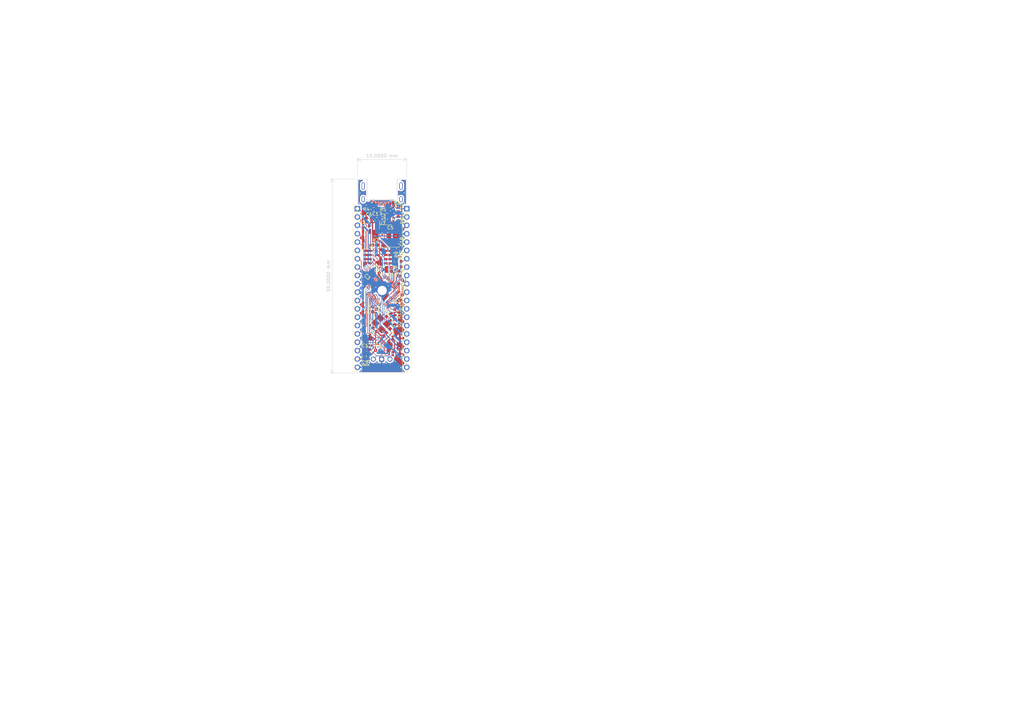
<source format=kicad_pcb>
(kicad_pcb (version 20221018) (generator pcbnew)
  (layers (0 "F.Cu" signal) (31 "B.Cu" signal) (34 "B.Paste" user) (35 "F.Paste" user) (36 "B.SilkS" user "B.Silkscreen") (37 "F.SilkS" user "F.Silkscreen") (38 "B.Mask" user) (39 "F.Mask" user) (44 "Edge.Cuts" user))
  (net 0 "")
  (net 1 "/QSPI_SS")
  (net 2 "/QSPI_SD1")
  (net 3 "/QSPI_SD2")
  (net 4 "GND")
  (net 5 "/QSPI_SD0")
  (net 6 "/QSPI_SCLK")
  (net 7 "/QSPI_SD3")
  (net 8 "+3V3")
  (net 9 "VBUS")
  (net 10 "/BOOTSEL")
  (net 11 "/RUN")
  (net 12 "+5V")
  (net 13 "/GPIO0")
  (net 14 "/GPIO1")
  (net 15 "/GPIO2")
  (net 16 "/GPIO3")
  (net 17 "/GPIO4")
  (net 18 "/GPIO5")
  (net 19 "/GPIO6")
  (net 20 "/GPIO7")
  (net 21 "/GPIO8")
  (net 22 "/GPIO9")
  (net 23 "/GPIO10")
  (net 24 "/GPIO11")
  (net 25 "/GPIO12")
  (net 26 "/GPIO13")
  (net 27 "/GPIO14")
  (net 28 "/GPIO15")
  (net 29 "/XIN")
  (net 30 "/XOUT")
  (net 31 "+1V1")
  (net 32 "/SWCLK")
  (net 33 "/SWDIO")
  (net 34 "/GPIO16")
  (net 35 "/GPIO17")
  (net 36 "/GPIO18")
  (net 37 "/GPIO19")
  (net 38 "/GPIO20")
  (net 39 "/GPIO21")
  (net 40 "/GPIO22")
  (net 41 "/GPIO23")
  (net 42 "/GPIO24")
  (net 43 "/GPIO25")
  (net 44 "/GPIO26_ADC0")
  (net 45 "/GPIO27_ADC1")
  (net 46 "/GPIO28_ADC2")
  (net 47 "/GPIO29_ADC3")
  (net 48 "/LED")
  (net 49 "/USB_D-")
  (net 50 "/USB_D+")
  (net 51 "/ADC_VREF")
  (net 52 "Net-(J1-CC2_B5)")
  (net 54 "Net-(J1-CC1_A5)")
  (net 56 "Net-(U4-ADC_AVDD)")
  (net 57 "Net-(U4-USB_DM)")
  (net 58 "Net-(U4-USB_DP)")
  (net 59 "Net-(C2-Pad1)")
  (net 60 "Net-(D1-A)")
  (footprint "Capacitor_SMD:C_0603_1608Metric" (layer "F.Cu") (at 105.89 62.455 90)
    (fp_text reference "C17")
    (fp_text value "100n" hide)
  )
  (footprint "Capacitor_SMD:C_0603_1608Metric" (layer "F.Cu") (at 112.685 71.02 180)
    (fp_text reference "C18")
    (fp_text value "100n" hide)
  )
  (footprint "Capacitor_SMD:C_0603_1608Metric" (layer "F.Cu") (at 110 63.38 180)
    (fp_text reference "C5")
    (fp_text value "10u" hide)
  )
  (footprint "Capacitor_SMD:C_0603_1608Metric" (layer "F.Cu") (at 105.7 90.395 -90)
    (fp_text reference "C7")
    (fp_text value "100n" hide)
  )
  (footprint "Connector_PinHeader_2.54mm:PinHeader_1x20_P2.54mm_Vertical" (layer "F.Cu") (at 115 59)
    (fp_text reference "J2" hide)
    (fp_text value "Conn_01x20_Pin" hide)
  )
  (footprint "Resistor_SMD:R_0603_1608Metric" (layer "F.Cu") (at 103.278 103.9006 -90)
    (fp_text reference "R8")
    (fp_text value "1R" hide)
  )
  (footprint "Resistor_SMD:R_0603_1608Metric" (layer "F.Cu") (at 113.325 75.85 -90)
    (fp_text reference "R10")
    (fp_text value "27" hide)
  )
  (footprint "Capacitor_SMD:C_0603_1608Metric" (layer "F.Cu") (at 113.078008 84.748008 -45)
    (fp_text reference "C16")
    (fp_text value "100n" hide)
  )
  (footprint "Resistor_SMD:R_0603_1608Metric" (layer "F.Cu") (at 109.466637 92.426637 -45)
    (fp_text reference "R3")
    (fp_text value "1k")
  )
  (footprint "rp2040-dev-board:SKRPABE010" (layer "F.Cu") (at 111.81 100.78 -90)
    (fp_text reference "RUN")
    (fp_text value "SW_Push")
  )
  (footprint "rp2040-dev-board:SWD_PIN" (layer "F.Cu") (at 107.36 104.77 90)
    (fp_text reference "CH1" hide)
    (fp_text value "SWD")
  )
  (footprint "rp2040-dev-board:USB-C-12-Pin-MidMount-ali-v2" (layer "F.Cu") (at 107.5 57.2425 180)
    (fp_text reference "J1" hide)
    (fp_text value "217179-0001" hide)
  )
  (footprint "Resistor_SMD:R_0603_1608Metric" (layer "F.Cu") (at 111.85 75.15 -90)
    (fp_text reference "R9")
    (fp_text value "27" hide)
  )
  (footprint "Capacitor_SMD:C_0603_1608Metric" (layer "F.Cu") (at 112.575 78.7 90)
    (fp_text reference "C9")
    (fp_text value "1u" hide)
  )
  (footprint "Resistor_SMD:R_0603_1608Metric" (layer "F.Cu") (at 104.9176 59.2138 180)
    (fp_text reference "R4")
    (fp_text value "5.1k" hide)
  )
  (footprint "Capacitor_SMD:C_0603_1608Metric" (layer "F.Cu") (at 104.68 89.61 -90)
    (fp_text reference "C14")
    (fp_text value "100n" hide)
  )
  (footprint "Resistor_SMD:R_0603_1608Metric" (layer "F.Cu") (at 105.54 70.06)
    (fp_text reference "R2")
    (fp_text value "1k" hide)
  )
  (footprint "rp2040-dev-board:Regulator-AMS1117-SOT-223" (layer "F.Cu") (at 108.61 67.32 180)
    (fp_text reference "U3")
    (fp_text value "AMS1117-3.3" hide)
  )
  (footprint "Resistor_SMD:R_0603_1608Metric" (layer "F.Cu") (at 102.1604 103.9006 90)
    (fp_text reference "R7")
    (fp_text value "200" hide)
  )
  (footprint "LED_SMD:LED_0603_1608Metric" (layer "F.Cu") (at 112.42 59.15 -90)
    (fp_text reference "D1")
    (fp_text value "RED" hide)
  )
  (footprint "Capacitor_SMD:C_0603_1608Metric" (layer "F.Cu") (at 102.191992 80.411992 135)
    (fp_text reference "C3")
    (fp_text value "10u" hide)
  )
  (footprint "Resistor_SMD:R_0603_1608Metric" (layer "F.Cu") (at 110.0606 59.163)
    (fp_text reference "R5")
    (fp_text value "5.1k" hide)
  )
  (footprint "Resistor_SMD:R_0603_1608Metric" (layer "F.Cu") (at 112.42 62.2488 -90)
    (fp_text reference "R6")
    (fp_text value "5.1k" hide)
  )
  (footprint "Capacitor_SMD:C_0603_1608Metric" (layer "F.Cu") (at 102.795 101.8564 180)
    (fp_text reference "C12")
    (fp_text value "1u" hide)
  )
  (footprint "Capacitor_SMD:C_0603_1608Metric" (layer "F.Cu") (at 109.335261 96.135262 -135)
    (fp_text reference "C2")
    (fp_text value "27p" hide)
  )
  (footprint "rp2040-dev-board:SKRPABE010" (layer "F.Cu") (at 102.735 68.255 90)
    (fp_text reference "BOOT")
    (fp_text value "SW_Push")
  )
  (footprint "Resistor_SMD:R_0603_1608Metric" (layer "F.Cu") (at 111.36 90.525 -90)
    (fp_text reference "R11")
    (fp_text value "10k" hide)
  )
  (footprint "rp2040-dev-board:RP2040_hand" (layer "F.Cu") (at 107.52807 83.88934 -45)
    (fp_text reference "U4" hide)
    (fp_text value "RP2040" hide)
  )
  (footprint "Capacitor_SMD:C_0603_1608Metric" (layer "F.Cu") (at 111.4 88.31)
    (fp_text reference "C15")
    (fp_text value "100n" hide)
  )
  (footprint "Connector_PinHeader_2.54mm:PinHeader_1x20_P2.54mm_Vertical" (layer "F.Cu") (at 100 59)
    (fp_text reference "J8" hide)
    (fp_text value "Conn_01x20_Pin" hide)
  )
  (footprint "Capacitor_SMD:C_0603_1608Metric" (layer "F.Cu") (at 106.3 102.05)
    (fp_text reference "C4")
    (fp_text value "100n" hide)
  )
  (footprint "Capacitor_SMD:C_0603_1608Metric" (layer "F.Cu") (at 105.312106 95.811972 -45)
    (fp_text reference "C1")
    (fp_text value "27p" hide)
  )
  (footprint "Capacitor_SMD:C_0603_1608Metric" (layer "F.Cu") (at 109.65 78.05 180)
    (fp_text reference "C13")
    (fp_text value "100n" hide)
  )
  (footprint "rp2040-dev-board:W25Q16-128JV-SOIC" (layer "F.Cu") (at 106.2 73.726118)
    (fp_text reference "U1")
    (fp_text value "W25Q32JVS" hide)
  )
  (footprint "Capacitor_SMD:C_0603_1608Metric" (layer "F.Cu") (at 113.088008 81.301992 45)
    (fp_text reference "C10")
    (fp_text value "1u" hide)
  )
  (footprint "Capacitor_SMD:C_0603_1608Metric" (layer "F.Cu") (at 107.22 78.06 45)
    (fp_text reference "C11")
    (fp_text value "100n" hide)
  )
  (footprint "rp2040-dev-board:Crystal_SMD_3225-4Pin_3.2x2.5mm_HandSoldering" (layer "F.Cu") (at 107.18 93.98 -45)
    (fp_text reference "Y1")
    (fp_text value "12M")
  )
  (footprint "Capacitor_SMD:C_0603_1608Metric" (layer "F.Cu") (at 103.485 61.87 180)
    (fp_text reference "C6")
    (fp_text value "10u" hide)
  )
  (footprint "Package_TO_SOT_SMD:SOT-23" (layer "F.Cu") (at 109.9976 61.27 90)
    (fp_text reference "U2")
    (fp_text value "CH213K" hide)
  )
  (footprint "Resistor_SMD:R_0603_1608Metric" (layer "F.Cu") (at 103.485 62.97)
    (fp_text reference "R1")
    (fp_text value "5.1k" hide)
  )
  (footprint "Capacitor_SMD:C_0603_1608Metric" (layer "F.Cu") (at 109.65 76.93 180)
    (fp_text reference "C8")
    (fp_text value "100n" hide)
  )
  (footprint "LED_SMD:LED_0603_1608Metric" (layer "F.Cu") (at 111.36 93.49 90)
    (fp_text reference "D2")
    (fp_text value "BLUE" hide)
  )
  (gr_line (start 112.1 50) (end 112.1 56.3) (stroke (width 0.1)) (layer "Edge.Cuts"))
  (gr_line (start 111.3 56.3) (end 103.7 56.3) (stroke (width 0.1)) (layer "Edge.Cuts"))
  (gr_line (start 112.1 50) (end 112.1 56.3) (stroke (width 0.1)) (layer "Edge.Cuts"))
  (gr_line (start 115 50) (end 112.1 50) (stroke (width 0.1)) (layer "Edge.Cuts"))
  (gr_line (start 102.9 56.3) (end 102.9 50) (stroke (width 0.1)) (layer "Edge.Cuts"))
  (gr_arc (start 103.7 56.3) (mid 103.3 56.7) (end 102.9 56.3) (stroke (width 0.1)) (layer "Edge.Cuts"))
  (gr_line (start 100 50) (end 100 109) (stroke (width 0.1)) (layer "Edge.Cuts"))
  (gr_arc (start 103.7 56.3) (mid 103.3 56.7) (end 102.9 56.3) (stroke (width 0.1)) (layer "Edge.Cuts"))
  (gr_line (start 115 109) (end 115 50) (stroke (width 0.1)) (layer "Edge.Cuts"))
  (gr_line (start 102.9 50) (end 100 50) (stroke (width 0.1)) (layer "Edge.Cuts"))
  (gr_arc (start 112.1 56.3) (mid 111.7 56.7) (end 111.3 56.3) (stroke (width 0.1)) (layer "Edge.Cuts"))
  (gr_arc (start 112.1 56.3) (mid 111.7 56.7) (end 111.3 56.3) (stroke (width 0.1)) (layer "Edge.Cuts"))
  (gr_line (start 102.9 56.3) (end 102.9 50) (stroke (width 0.1)) (layer "Edge.Cuts"))
  (gr_line (start 100 109) (end 115 109) (stroke (width 0.1)) (layer "Edge.Cuts"))
  (gr_line (start 111.3 56.3) (end 103.7 56.3) (stroke (width 0.1)) (layer "Edge.Cuts"))
  (dimension (type aligned) (layer "Edge.Cuts") (pts (xy 115 50) (xy 100 50)) (height 5.93) (gr_text "15.0000 mm" (at 107.5 42.92) (layer "Edge.Cuts") (effects (font (size 1 1) (thickness 0.15)))) (format (prefix "") (suffix "") (units 3) (units_format 1) (precision 4)) (style (thickness 0.1) (arrow_length 1.27) (text_position_mode 0) (extension_height 0.58642) (extension_offset 0.5) keep_text_aligned))
  (dimension (type aligned) (layer "Edge.Cuts") (pts (xy 100 109) (xy 100 50)) (height -7.63) (gr_text "59.0000 mm" (at 91.22 79.5 90) (layer "Edge.Cuts") (effects (font (size 1 1) (thickness 0.15)))) (format (prefix "") (suffix "") (units 3) (units_format 1) (precision 4)) (style (thickness 0.1) (arrow_length 1.27) (text_position_mode 0) (extension_height 0.58642) (extension_offset 0.5) keep_text_aligned))
  (segment (start 108.06 73.721118) (end 106.16 71.821118) (width 0.15) (layer "F.Cu") (net 1))
  (segment (start 106.16 71.821118) (end 103.1 71.821118) (width 0.15) (layer "F.Cu") (net 1))
  (segment (start 104.483882 71.821118) (end 103.1 71.821118) (width 0.15) (layer "F.Cu") (net 1))
  (segment (start 102.66 71.381118) (end 103.1 71.821118) (width 0.15) (layer "F.Cu") (net 1))
  (segment (start 106.245 70.06) (end 104.483882 71.821118) (width 0.15) (layer "F.Cu") (net 1))
  (segment (start 102.66 62.97) (end 102.66 71.381118) (width 0.15) (layer "F.Cu") (net 1))
  (via (at 108.305887 79.434567) (size 0.5) (drill 0.3) (layers "F.Cu" "B.Cu") (net 1))
  (via (at 108.06 73.721118) (size 0.5) (drill 0.3) (layers "F.Cu" "B.Cu") (net 1))
  (segment (start 108.305887 79.434567) (end 108.305887 73.967005) (width 0.15) (layer "B.Cu") (net 1))
  (segment (start 108.305887 73.967005) (end 108.06 73.721118) (width 0.15) (layer "B.Cu") (net 1))
  (segment (start 105.935 74.185) (end 104.841118 73.091118) (width 0.15) (layer "F.Cu") (net 2))
  (segment (start 104.841118 73.091118) (end 103.1 73.091118) (width 0.15) (layer "F.Cu") (net 2))
  (segment (start 107.95 80.35) (end 108.310433 79.989567) (width 0.15) (layer "F.Cu") (net 2))
  (via (at 107.95 80.35) (size 0.5) (drill 0.3) (layers "F.Cu" "B.Cu") (net 2))
  (via (at 105.935 74.185) (size 0.5) (drill 0.3) (layers "F.Cu" "B.Cu") (net 2))
  (segment (start 106.525 79.195) (end 107.68 80.35) (width 0.15) (layer "B.Cu") (net 2))
  (segment (start 106.195 74.445) (end 106.195 78.869889) (width 0.15) (layer "B.Cu") (net 2))
  (segment (start 105.935 74.185) (end 106.195 74.445) (width 0.15) (layer "B.Cu") (net 2))
  (segment (start 106.195 78.869889) (end 106.520111 79.195) (width 0.15) (layer "B.Cu") (net 2))
  (segment (start 106.520111 79.195) (end 106.525 79.195) (width 0.15) (layer "B.Cu") (net 2))
  (segment (start 107.68 80.35) (end 107.95 80.35) (width 0.15) (layer "B.Cu") (net 2))
  (segment (start 103.664486 74.361118) (end 103.1 74.361118) (width 0.15) (layer "F.Cu") (net 3))
  (segment (start 107.75 79.26) (end 107.75 78.446632) (width 0.15) (layer "F.Cu") (net 3))
  (segment (start 107.75 78.446632) (end 103.664486 74.361118) (width 0.15) (layer "F.Cu") (net 3))
  (via (at 108.87 80) (size 0.5) (drill 0.3) (layers "F.Cu" "B.Cu") (net 3))
  (via (at 107.75 79.26) (size 0.5) (drill 0.3) (layers "F.Cu" "B.Cu") (net 3))
  (segment (start 108.075998 79.989567) (end 107.750887 79.664456) (width 0.15) (layer "B.Cu") (net 3))
  (segment (start 108.880433 79.989567) (end 108.075998 79.989567) (width 0.15) (layer "B.Cu") (net 3))
  (segment (start 107.750887 79.664456) (end 107.750887 79.260887) (width 0.15) (layer "B.Cu") (net 3))
  (segment (start 107.750887 79.260887) (end 107.75 79.26) (width 0.15) (layer "B.Cu") (net 3))
  (segment (start 108.39 97.08) (end 108.390523 97.08) (width 0.3) (layer "F.Cu") (net 4))
  (segment (start 108.429045 99.8) (end 108.88 99.8) (width 0.3) (layer "F.Cu") (net 4))
  (segment (start 107.54 97.95) (end 107.54 97.930523) (width 0.3) (layer "F.Cu") (net 4))
  (segment (start 110.15 91.372352) (end 110.992352 90.53) (width 0.3) (layer "F.Cu") (net 4))
  (segment (start 103.655188 86.348008) (end 103.90751 86.095686) (width 0.2) (layer "F.Cu") (net 4))
  (segment (start 111.84 90.53) (end 112.74 89.63) (width 0.3) (layer "F.Cu") (net 4))
  (segment (start 102.02 101.8564) (end 102.0236 101.8564) (width 0.2) (layer "F.Cu") (net 4))
  (segment (start 108.336992 77.511992) (end 108.875 78.05) (width 0.3) (layer "F.Cu") (net 4))
  (segment (start 106.709208 96.35998) (end 107.374454 95.694734) (width 0.3) (layer "F.Cu") (net 4))
  (segment (start 110.15 91.83) (end 109.3 92.68) (width 0.15) (layer "F.Cu") (net 4))
  (segment (start 107.450134 97.95) (end 105.860114 96.35998) (width 0.3) (layer "F.Cu") (net 4))
  (segment (start 107.54 97.930523) (end 108.39 97.080523) (width 0.3) (layer "F.Cu") (net 4))
  (segment (start 107.54 97.95) (end 107.450134 97.95) (width 0.3) (layer "F.Cu") (net 4))
  (segment (start 107.798717 95.694734) (end 108.787253 96.68327) (width 0.3) (layer "F.Cu") (net 4))
  (segment (start 103.25 98.01) (end 103.655188 97.604812) (width 0.2) (layer "F.Cu") (net 4))
  (segment (start 109.16 92.68) (end 107.40028 92.68) (width 0.15) (layer "F.Cu") (net 4))
  (segment (start 110.992352 90.53) (end 111.84 90.53) (width 0.3) (layer "F.Cu") (net 4))
  (segment (start 108.875 76.973984) (end 108.336992 77.511992) (width 0.3) (layer "F.Cu") (net 4))
  (segment (start 104.83 100.35) (end 104.74 100.44) (width 0.15) (layer "F.Cu") (net 4))
  (segment (start 108.390523 97.08) (end 108.787253 96.68327) (width 0.3) (layer "F.Cu") (net 4))
  (segment (start 105.860114 96.35998) (end 106.00998 96.35998) (width 0.3) (layer "F.Cu") (net 4))
  (segment (start 107.09 102.05) (end 106.895 101.855) (width 0.15) (layer "F.Cu") (net 4))
  (segment (start 113.845 85.077032) (end 113.845 82.615) (width 0.2) (layer "F.Cu") (net 4))
  (segment (start 110.15 91.46) (end 110.15 91.83) (width 0.15) (layer "F.Cu") (net 4))
  (segment (start 102.0236 101.8564) (end 103.09 100.79) (width 0.2) (layer "F.Cu") (net 4))
  (segment (start 113.636016 80.753984) (end 114.55 81.667968) (width 0.3) (layer "F.Cu") (net 4))
  (segment (start 106.895 101.855) (end 106.895 100.625) (width 0.15) (layer "F.Cu") (net 4))
  (segment (start 106.895 100.625) (end 106.62 100.35) (width 0.15) (layer "F.Cu") (net 4))
  (segment (start 105.10528 90.385) (end 105.75 91.02972) (width 0.3) (layer "F.Cu") (net 4))
  (segment (start 105.92028 91.2) (end 106.985546 92.265266) (width 0.3) (layer "F.Cu") (net 4))
  (segment (start 112.175 88.31) (end 112.175 86.747032) (width 0.3) (layer "F.Cu") (net 4))
  (segment (start 106.05 96.4) (end 106.09002 96.35998) (width 0.3) (layer "F.Cu") (net 4))
  (segment (start 106.09002 96.35998) (end 106.709208 96.35998) (width 0.3) (layer "F.Cu") (net 4))
  (segment (start 101.81 64.28) (end 101.81 65.14) (width 0.15) (layer "F.Cu") (net 4))
  (segment (start 107.768008 77.511992) (end 108.336992 77.511992) (width 0.3) (layer "F.Cu") (net 4))
  (segment (start 113.626016 85.296016) (end 113.845 85.077032) (width 0.2) (layer "F.Cu") (net 4))
  (segment (start 107.374454 95.694734) (end 107.798717 95.694734) (width 0.3) (layer "F.Cu") (net 4))
  (segment (start 110.15 91.46) (end 110.15 91.372352) (width 0.3) (layer "F.Cu") (net 4))
  (segment (start 109.18 92.7) (end 109.16 92.68) (width 0.15) (layer "F.Cu") (net 4))
  (segment (start 107.40028 92.68) (end 106.985546 92.265266) (width 0.15) (layer "F.Cu") (net 4))
  (segment (start 114.55 81.667968) (end 114.55 81.86) (width 0.3) (layer "F.Cu") (net 4))
  (segment (start 112.175 86.747032) (end 113.626016 85.296016) (width 0.3) (layer "F.Cu") (net 4))
  (segment (start 107.54 98.910955) (end 108.429045 99.8) (width 0.3) (layer "F.Cu") (net 4))
  (segment (start 108.875 76.93) (end 108.875 76.973984) (width 0.3) (layer "F.Cu") (net 4))
  (segment (start 109.3 92.68) (end 109.2 92.68) (width 0.15) (layer "F.Cu") (net 4))
  (segment (start 108.875 76.93) (end 108.875 78.05) (width 0.3) (layer "F.Cu") (net 4))
  (segment (start 108.39 97.080523) (end 108.39 97.08) (width 0.3) (layer "F.Cu") (net 4))
  (segment (start 104.74 100.44) (end 104.39 100.79) (width 0.2) (layer "F.Cu") (net 4))
  (segment (start 103.655188 97.604812) (end 103.655188 86.348008) (width 0.2) (layer "F.Cu") (net 4))
  (segment (start 101.81 65.14) (end 101.535 65.415) (width 0.15) (layer "F.Cu") (net 4))
  (segment (start 106.62 100.35) (end 104.83 100.35) (width 0.15) (layer "F.Cu") (net 4))
  (segment (start 113.845 82.615) (end 114.6 81.86) (width 0.2) (layer "F.Cu") (net 4))
  (segment (start 105.75 91.2) (end 105.92028 91.2) (width 0.3) (layer "F.Cu") (net 4))
  (segment (start 104.39 100.79) (end 103.09 100.79) (width 0.2) (layer "F.Cu") (net 4))
  (segment (start 107.54 97.95) (end 107.54 98.910955) (width 0.3) (layer "F.Cu") (net 4))
  (segment (start 109.2 92.68) (end 109.18 92.7) (width 0.15) (layer "F.Cu") (net 4))
  (segment (start 106.00998 96.35998) (end 106.05 96.4) (width 0.3) (layer "F.Cu") (net 4))
  (segment (start 104.68 90.385) (end 105.10528 90.385) (width 0.3) (layer "F.Cu") (net 4))
  (segment (start 105.75 91.02972) (end 105.75 91.2) (width 0.3) (layer "F.Cu") (net 4))
  (via (at 101.73 92.25) (size 0.5) (drill 0.3) (layers "F.Cu" "B.Cu") (net 4))
  (via (at 108.39 97.08) (size 0.5) (drill 0.3) (layers "F.Cu" "B.Cu") (net 4))
  (via (at 107.53 86.89) (size 0.5) (drill 0.3) (layers "F.Cu" "B.Cu") (net 4))
  (via (at 101.76 86.86) (size 0.5) (drill 0.3) (layers "F.Cu" "B.Cu") (net 4))
  (via (at 111.34 77.25) (size 0.5) (drill 0.3) (layers "F.Cu" "B.Cu") (net 4))
  (via (at 105.68 72.65) (size 0.5) (drill 0.3) (layers "F.Cu" "B.Cu") (net 4))
  (via (at 109.25 66.24) (size 0.5) (drill 0.3) (layers "F.Cu" "B.Cu") (net 4))
  (via (at 113.5 60.29) (size 0.5) (drill 0.3) (layers "F.Cu" "B.Cu") (net 4))
  (via (at 103.92 63.95) (size 0.5) (drill 0.3) (layers "F.Cu" "B.Cu") (net 4))
  (via (at 111.28 94.65) (size 0.5) (drill 0.3) (layers "F.Cu" "B.Cu") (net 4))
  (via (at 104.1048 59.2138) (size 0.5) (drill 0.3) (layers "F.Cu" "B.Cu") (net 4))
  (via (at 114.32 57.28) (size 0.5) (drill 0.3) (layers "F.Cu" "B.Cu") (net 4))
  (via (at 107.6 77.54) (size 0.5) (drill 0.3) (layers "F.Cu" "B.Cu") (net 4))
  (via (at 111.98 103.16) (size 0.5) (drill 0.3) (layers "F.Cu" "B.Cu") (net 4))
  (via (at 101.82 61.8) (size 0.5) (drill 0.3) (layers "F.Cu" "B.Cu") (net 4))
  (via (at 101.59 99.56) (size 0.5) (drill 0.3) (layers "F.Cu" "B.Cu") (net 4))
  (via (at 107.66 96.23) (size 0.5) (drill 0.3) (layers "F.Cu" "B.Cu") (net 4))
  (via (at 106.05 96.4) (size 0.5) (drill 0.3) (layers "F.Cu" "B.Cu") (net 4))
  (via (at 110.68 101.59) (size 0.5) (drill 0.3) (layers "F.Cu" "B.Cu") (net 4))
  (via (at 101.76 94.55) (size 0.5) (drill 0.3) (layers "F.Cu" "B.Cu") (net 4))
  (via (at 101.66 79.87) (size 0.5) (drill 0.3) (layers "F.Cu" "B.Cu") (net 4))
  (via (at 110.74 56.56) (size 0.5) (drill 0.3) (layers "F.Cu" "B.Cu") (net 4))
  (via (at 101.74 89.42) (size 0.5) (drill 0.3) (layers "F.Cu" "B.Cu") (net 4))
  (via (at 109.41 102.93) (size 0.5) (drill 0.3) (layers "F.Cu" "B.Cu") (net 4))
  (via (at 104.75 98.61) (size 0.5) (drill 0.3) (layers "F.Cu" "B.Cu") (net 4))
  (via (at 111.06 97.31) (size 0.5) (drill 0.3) (layers "F.Cu" "B.Cu") (net 4))
  (via (at 105.88 61.675) (size 0.5) (drill 0.3) (layers "F.Cu" "B.Cu") (net 4))
  (via (at 112.71 101.29) (size 0.5) (drill 0.3) (layers "F.Cu" "B.Cu") (net 4))
  (via (at 100.68 57.3) (size 0.5) (drill 0.3) (layers "F.Cu" "B.Cu") (net 4))
  (via (at 101.82 97.07) (size 0.5) (drill 0.3) (layers "F.Cu" "B.Cu") (net 4))
  (via (at 108.78 105.99) (size 0.5) (drill 0.3) (layers "F.Cu" "B.Cu") (net 4))
  (via (at 109.43 82.48) (size 0.5) (drill 0.3) (layers "F.Cu" "B.Cu") (net 4))
  (via (at 109.18 92.7) (size 0.5) (drill 0.3) (layers "F.Cu" "B.Cu") (net 4))
  (via (at 107.54 97.95) (size 0.5) (drill 0.3) (layers "F.Cu" "B.Cu") (net 4))
  (via (at 112.74 89.63) (size 0.5) (drill 0.3) (layers "F.Cu" "B.Cu") (net 4))
  (via (at 103.09 100.79) (size 0.5) (drill 0.3) (layers "F.Cu" "B.Cu") (net 4))
  (via (at 110.2 83.52) (size 0.5) (drill 0.3) (layers "F.Cu" "B.Cu") (net 4))
  (via (at 103.68 105.91) (size 0.5) (drill 0.3) (layers "F.Cu" "B.Cu") (net 4))
  (via (at 104.74 100.44) (size 0.5) (drill 0.3) (layers "F.Cu" "B.Cu") (net 4))
  (via (at 104.07 84.28) (size 0.5) (drill 0.3) (layers "F.Cu" "B.Cu") (net 4))
  (via (at 107.38 75.06) (size 0.5) (drill 0.3) (layers "F.Cu" "B.Cu") (net 4))
  (via (at 112.36 77.64) (size 0.5) (drill 0.3) (layers "F.Cu" "B.Cu") (net 4))
  (via (at 112.17 88.31) (size 0.5) (drill 0.3) (layers "F.Cu" "B.Cu") (net 4))
  (via (at 107.52 62.29) (size 0.5) (drill 0.3) (layers "F.Cu" "B.Cu") (net 4))
  (via (at 103.1 75.631118) (size 0.5) (drill 0.3) (layers "F.Cu" "B.Cu") (net 4))
  (via (at 107.51 58.81) (size 0.5) (drill 0.3) (layers "F.Cu" "B.Cu") (net 4))
  (via (at 107.09 102.05) (size 0.5) (drill 0.3) (layers "F.Cu" "B.Cu") (net 4))
  (via (at 114.21 54.21) (size 0.5) (drill 0.3) (layers "F.Cu" "B.Cu") (net 4))
  (via (at 109.93 98.59) (size 0.5) (drill 0.3) (layers "F.Cu" "B.Cu") (net 4))
  (via (at 111.13 60.38) (size 0.5) (drill 0.3) (layers "F.Cu" "B.Cu") (net 4))
  (via (at 101.79 106.1) (size 0.5) (drill 0.3) (layers "F.Cu" "B.Cu") (net 4))
  (via (at 113.63 80.77) (size 0.5) (drill 0.3) (layers "F.Cu" "B.Cu") (net 4))
  (via (at 113.19 104.43) (size 0.5) (drill 0.3) (layers "F.Cu" "B.Cu") (net 4))
  (via (at 109.05 68.15) (size 0.5) (drill 0.3) (layers "F.Cu" "B.Cu") (net 4))
  (via (at 111.6 57.1) (size 0.5) (drill 0.3) (layers "F.Cu" "B.Cu") (net 4))
  (via (at 109.0476 62.2075) (size 0.5) (drill 0.3) (layers "F.Cu" "B.Cu") (net 4))
  (via (at 111.5 105.45) (size 0.5) (drill 0.3) (layers "F.Cu" "B.Cu") (net 4))
  (via (at 105.59 82.96) (size 0.5) (drill 0.3) (layers "F.Cu" "B.Cu") (net 4))
  (via (at 101.74 82.49) (size 0.5) (drill 0.3) (layers "F.Cu" "B.Cu") (net 4))
  (via (at 113.41 99.69) (size 0.5) (drill 0.3) (layers "F.Cu" "B.Cu") (net 4))
  (via (at 104.25 57.17) (size 0.5) (drill 0.3) (layers "F.Cu" "B.Cu") (net 4))
  (via (at 105.75 91.2) (size 0.5) (drill 0.3) (layers "F.Cu" "B.Cu") (net 4))
  (via (at 101.71 59) (size 0.5) (drill 0.3) (layers "F.Cu" "B.Cu") (net 4))
  (via (at 108.88 99.8) (size 0.5) (drill 0.3) (layers "F.Cu" "B.Cu") (net 4))
  (via (at 107.54 70.79) (size 0.5) (drill 0.3) (layers "F.Cu" "B.Cu") (net 4))
  (via (at 113.19 107.32) (size 0.5) (drill 0.3) (layers "F.Cu" "B.Cu") (net 4))
  (via (at 105.97 60.42) (size 0.5) (drill 0.3) (layers "F.Cu" "B.Cu") (net 4))
  (via (at 101.81 64.28) (size 0.5) (drill 0.3) (layers "F.Cu" "B.Cu") (net 4))
  (via (at 110.8104 59.163) (size 0.5) (drill 0.3) (layers "F.Cu" "B.Cu") (net 4))
  (via (at 113.2 93.88) (size 0.5) (drill 0.3) (layers "F.Cu" "B.Cu") (net 4))
  (via (at 105.88 106.02) (size 0.5) (drill 0.3) (layers "F.Cu" "B.Cu") (net 4))
  (via (at 108.99 60.43) (size 0.5) (drill 0.3) (layers "F.Cu" "B.Cu") (net 4))
  (via (at 112.42 58.3625) (size 0.5) (drill 0.3) (layers "F.Cu" "B.Cu") (net 4))
  (via (at 113.79 90.66) (size 0.5) (drill 0.3) (layers "F.Cu" "B.Cu") (net 4))
  (via (at 100.82 54.26) (size 0.5) (drill 0.3) (layers "F.Cu" "B.Cu") (net 4))
  (via (at 103.25 98.01) (size 0.5) (drill 0.3) (layers "F.Cu" "B.Cu") (net 4))
  (via (at 111.91 71.02) (size 0.5) (drill 0.3) (layers "F.Cu" "B.Cu") (net 4))
  (via (at 110.99 72.5) (size 0.5) (drill 0.3) (layers "F.Cu" "B.Cu") (net 4))
  (via (at 105.37 74.98) (size 0.5) (drill 0.3) (layers "F.Cu" "B.Cu") (net 4))
  (via (at 110.15 91.46) (size 0.5) (drill 0.3) (layers "F.Cu" "B.Cu") (net 4))
  (via (at 113.47 62.41) (size 0.5) (drill 0.3) (layers "F.Cu" "B.Cu") (net 4))
  (via (at 102.7 58) (size 0.5) (drill 0.3) (layers "F.Cu" "B.Cu") (net 4))
  (via (at 107.55 66.421) (size 0.5) (drill 0.3) (layers "F.Cu" "B.Cu") (net 4))
  (via (at 113.2 96.87) (size 0.5) (drill 0.3) (layers "F.Cu" "B.Cu") (net 4))
  (via (at 112.45 69.63) (size 0.5) (drill 0.3) (layers "F.Cu" "B.Cu") (net 4))
  (segment (start 101.74 82.49) (end 100.45 83.78) (width 0.3) (layer "B.Cu") (net 4))
  (segment (start 106.05 96.4) (end 106.05 91.5) (width 0.15) (layer "B.Cu") (net 4))
  (segment (start 101.76 86.86) (end 101.76 85.55) (width 0.3) (layer "B.Cu") (net 4))
  (segment (start 107.54 73.456229) (end 107.54 70.79) (width 0.15) (layer "B.Cu") (net 4))
  (segment (start 106.05 91.5) (end 105.75 91.2) (width 0.15) (layer "B.Cu") (net 4))
  (segment (start 100.61 84.4) (end 100.375 84.4) (width 0.15) (layer "B.Cu") (net 4))
  (segment (start 100.61 84.4) (end 100.45 84.4) (width 0.3) (layer "B.Cu") (net 4))
  (segment (start 107.38 75.06) (end 107.38 73.616229) (width 0.15) (layer "B.Cu") (net 4))
  (segment (start 100.45 83.78) (end 100.45 84.4) (width 0.3) (layer "B.Cu") (net 4))
  (segment (start 107.38 73.616229) (end 107.54 73.456229) (width 0.15) (layer "B.Cu") (net 4))
  (segment (start 101.76 85.55) (end 100.61 84.4) (width 0.3) (layer "B.Cu") (net 4))
  (segment (start 109.81 76.141118) (end 109.81 79.627511) (width 0.15) (layer "F.Cu") (net 5))
  (segment (start 109.3 75.631118) (end 109.81 76.141118) (width 0.15) (layer "F.Cu") (net 5))
  (segment (start 109.81 79.627511) (end 109.425 80.012511) (width 0.15) (layer "F.Cu") (net 5))
  (via (at 109.34 75.63) (size 0.5) (drill 0.3) (layers "F.Cu" "B.Cu") (net 5))
  (segment (start 110.104486 74.366118) (end 109.54 74.366118) (width 0.15) (layer "F.Cu") (net 6))
  (via (at 109.3 74.36) (size 0.5) (drill 0.3) (layers "F.Cu" "B.Cu") (net 6))
  (via (at 109.26 80.74) (size 0.5) (drill 0.3) (layers "F.Cu" "B.Cu") (net 6))
  (segment (start 109.425 76.499889) (end 108.785 75.859889) (width 0.15) (layer "B.Cu") (net 6))
  (segment (start 108.785 75.859889) (end 108.785 74.875) (width 0.15) (layer "B.Cu") (net 6))
  (segment (start 108.785 74.875) (end 109.3 74.36) (width 0.15) (layer "B.Cu") (net 6))
  (segment (start 109.26 80.394889) (end 109.425 80.229889) (width 0.15) (layer "B.Cu") (net 6))
  (segment (start 109.425 80.229889) (end 109.425 76.499889) (width 0.15) (layer "B.Cu") (net 6))
  (segment (start 109.26 80.74) (end 109.26 80.394889) (width 0.15) (layer "B.Cu") (net 6))
  (via (at 109.3 73.09) (size 0.5) (drill 0.3) (layers "F.Cu" "B.Cu") (net 7))
  (via (at 109.84 80.73) (size 0.5) (drill 0.3) (layers "F.Cu" "B.Cu") (net 7))
  (segment (start 109.895 75.859889) (end 109.895 73.685) (width 0.15) (layer "B.Cu") (net 7))
  (segment (start 109.875 80.695) (end 109.875 75.879889) (width 0.15) (layer "B.Cu") (net 7))
  (segment (start 109.84 80.73) (end 109.875 80.695) (width 0.15) (layer "B.Cu") (net 7))
  (segment (start 109.875 75.879889) (end 109.895 75.859889) (width 0.15) (layer "B.Cu") (net 7))
  (segment (start 109.895 73.685) (end 109.3 73.09) (width 0.15) (layer "B.Cu") (net 7))
  (segment (start 110.285786 81.980152) (end 110.16667 82.099266) (width 0.3) (layer "F.Cu") (net 8))
  (segment (start 107.033095 79.71741) (end 107.32 80.004315) (width 0.3) (layer "F.Cu") (net 8))
  (segment (start 110.002944 81.697309) (end 110.16667 81.861035) (width 0.3) (layer "F.Cu") (net 8))
  (segment (start 105.88 63.225) (end 105.88 66.74) (width 0.3) (layer "F.Cu") (net 8))
  (segment (start 104.934081 82.382111) (end 104.606627 82.382111) (width 0.3) (layer "F.Cu") (net 8))
  (segment (start 111.75 67.33) (end 111.59 67.33) (width 0.3) (layer "F.Cu") (net 8))
  (segment (start 104.55 66.59) (end 105.29 67.33) (width 0.3) (layer "F.Cu") (net 8))
  (segment (start 111.76 67.32) (end 113.46 69.02) (width 0.3) (layer "F.Cu") (net 8))
  (segment (start 107.32 80.610955) (end 108.525471 81.816426) (width 0.3) (layer "F.Cu") (net 8))
  (segment (start 106.46741 79.151725) (end 106.46741 78.81259) (width 0.3) (layer "F.Cu") (net 8))
  (segment (start 111.76 67.32) (end 111.74 67.3) (width 0.3) (layer "F.Cu") (net 8))
  (segment (start 109.437258 87.212742) (end 110.534516 88.31) (width 0.15) (layer "F.Cu") (net 8))
  (segment (start 104.55 63.21) (end 104.55 66.59) (width 0.3) (layer "F.Cu") (net 8))
  (segment (start 110.095634 81.79) (end 110.285786 81.980152) (width 0.2) (layer "F.Cu") (net 8))
  (segment (start 111.06 80.960955) (end 110.606489 81.414466) (width 0.3) (layer "F.Cu") (net 8))
  (segment (start 108.56 81.79) (end 110.095634 81.79) (width 0.2) (layer "F.Cu") (net 8))
  (segment (start 105.455156 86.2451) (end 105.336039 86.364214) (width 0.3) (layer "F.Cu") (net 8))
  (segment (start 110.285786 81.414466) (end 110.568629 81.697309) (width 0.3) (layer "F.Cu") (net 8))
  (segment (start 104.487511 82.262994) (end 104.65 82.425483) (width 0.2) (layer "F.Cu") (net 8))
  (segment (start 112.667645 81.977645) (end 112.667645 84.062355) (width 0.3) (layer "F.Cu") (net 8))
  (segment (start 107.033095 79.71741) (end 106.46741 79.151725) (width 0.3) (layer "F.Cu") (net 8))
  (segment (start 106.46741 79.151725) (end 106.46741 78.92259) (width 0.3) (layer "F.Cu") (net 8))
  (segment (start 112.667645 84.062355) (end 112.53 84.2) (width 0.3) (layer "F.Cu") (net 8))
  (segment (start 106.75 78.64) (end 106.75 79.434312) (width 0.3) (layer "F.Cu") (net 8))
  (segment (start 106.46741 78.81259) (end 106.671992 78.608008) (width 0.3) (layer "F.Cu") (net 8))
  (segment (start 113.46 69.02) (end 113.46 71.02) (width 0.3) (layer "F.Cu") (net 8))
  (segment (start 110.185786 82.080152) (end 110.185786 82.375128) (width 0.2) (layer "F.Cu") (net 8))
  (segment (start 104.487511 82.262994) (end 104.714517 82.49) (width 0.2) (layer "F.Cu") (net 8))
  (segment (start 104.65 85.04) (end 105.405156 85.795156) (width 0.2) (layer "F.Cu") (net 8))
  (segment (start 106.46741 78.92259) (end 106.75 78.64) (width 0.3) (layer "F.Cu") (net 8))
  (segment (start 112.062843 84.667157) (end 112.53 84.2) (width 0.3) (layer "F.Cu") (net 8))
  (segment (start 104.204668 81.980152) (end 103.182524 80.958008) (width 0.2) (layer "F.Cu") (net 8))
  (segment (start 111.298043 83.230639) (end 110.970587 83.230639) (width 0.3) (layer "F.Cu") (net 8))
  (segment (start 102.5656 103.7756) (end 102.1604 103.3704) (width 0.3) (layer "F.Cu") (net 8))
  (segment (start 110.991297 83.180639) (end 111.348041 83.180639) (width 0.2) (layer "F.Cu") (net 8))
  (segment (start 104.7 82.475483) (end 104.7 85.125156) (width 0.3) (layer "F.Cu") (net 8))
  (segment (start 104.26 61.87) (end 104.26 62.92) (width 0.3) (layer "F.Cu") (net 8))
  (segment (start 112.42 63.0738) (end 113.5438 63.0738) (width 0.3) (layer "F.Cu") (net 8))
  (segment (start 110.285786 81.980152) (end 110.285786 81.414466) (width 0.3) (layer "F.Cu") (net 8))
  (segment (start 107.152212 80.16398) (end 104.934081 82.382111) (width 0.3) (layer "F.Cu") (net 8))
  (segment (start 111.74 67.3) (end 111.62 67.3) (width 0.3) (layer "F.Cu") (net 8))
  (segment (start 107.033095 79.71741) (end 107.133095 79.81741) (width 0.2) (layer "F.Cu") (net 8))
  (segment (start 112.54 81.98868) (end 111.7 82.82868) (width 0.2) (layer "F.Cu") (net 8))
  (segment (start 104.487511 82.262994) (end 104.7 82.475483) (width 0.3) (layer "F.Cu") (net 8))
  (segment (start 108.525471 81.816426) (end 109.883826 81.816426) (width 0.3) (layer "F.Cu") (net 8))
  (segment (start 111.06 78.685) (end 111.06 80.960955) (width 0.3) (layer "F.Cu") (net 8))
  (segment (start 104.565 63.225) (end 104.31 62.97) (width 0.3) (layer "F.Cu") (net 8))
  (segment (start 106.703984 78.64) (end 106.671992 78.608008) (width 0.3) (layer "F.Cu") (net 8))
  (segment (start 102.1604 103.3704) (end 102.1604 103.0756) (width 0.3) (layer "F.Cu") (net 8))
  (segment (start 103.182524 80.958008) (end 102.748008 80.958008) (width 0.2) (layer "F.Cu") (net 8))
  (segment (start 110.285786 81.980152) (end 110.12206 81.816426) (width 0.3) (layer "F.Cu") (net 8))
  (segment (start 112.54 81.85) (end 112.54 81.98868) (width 0.2) (layer "F.Cu") (net 8))
  (segment (start 111.348041 83.180639) (end 111.417157 83.111523) (width 0.2) (layer "F.Cu") (net 8))
  (segment (start 110.425 78.05) (end 111.06 78.685) (width 0.3) (layer "F.Cu") (net 8))
  (segment (start 113.5438 63.0738) (end 114.55 64.08) (width 0.3) (layer "F.Cu") (net 8))
  (segment (start 114.55 64.53) (end 114.55 64.08) (width 0.3) (layer "F.Cu") (net 8))
  (segment (start 111.417157 83.111523) (end 111.298043 83.230639) (width 0.3) (layer "F.Cu") (net 8))
  (segment (start 111.982843 84.667157) (end 112.062843 84.667157) (width 0.3) (layer "F.Cu") (net 8))
  (segment (start 109.883826 81.816426) (end 110.285786 81.414466) (width 0.3) (layer "F.Cu") (net 8))
  (segment (start 103.765648 103.7756) (end 102.5656 103.7756) (width 0.3) (layer "F.Cu") (net 8))
  (segment (start 104.7 85.125156) (end 105.455156 85.880312) (width 0.3) (layer "F.Cu") (net 8))
  (segment (start 104.26 62.92) (end 104.31 62.97) (width 0.3) (layer "F.Cu") (net 8))
  (segment (start 103.184516 80.96) (end 102.74 80.96) (width 0.3) (layer "F.Cu") (net 8))
  (segment (start 110.606489 81.414466) (end 110.285786 81.414466) (width 0.3) (layer "F.Cu") (net 8))
  (segment (start 105.455156 85.880312) (end 105.455156 86.2451) (width 0.3) (layer "F.Cu") (net 8))
  (segment (start 111.76 67.32) (end 111.75 67.33) (width 0.3) (layer "F.Cu") (net 8))
  (segment (start 110.16667 82.099266) (end 110.16667 82.426722) (width 0.3) (layer "F.Cu") (net 8))
  (segment (start 110.970587 83.230639) (end 110.955942 83.215993) (width 0.3) (layer "F.Cu") (net 8))
  (segment (start 105.88 63.225) (end 104.565 63.225) (width 0.3) (layer "F.Cu") (net 8))
  (segment (start 105.510624 102.030624) (end 103.765648 103.7756) (width 0.3) (layer "F.Cu") (net 8))
  (segment (start 107.152212 79.836524) (end 107.152212 80.16398) (width 0.3) (layer "F.Cu") (net 8))
  (segment (start 110.16667 81.861035) (end 110.16667 82.375128) (width 0.3) (layer "F.Cu") (net 8))
  (segment (start 104.65 82.425483) (end 104.65 85.04) (width 0.2) (layer "F.Cu") (net 8))
  (segment (start 110.185786 82.375128) (end 110.991297 83.180639) (width 0.2) (layer "F.Cu") (net 8))
  (segment (start 110.285786 81.980152) (end 110.185786 82.080152) (width 0.2) (layer "F.Cu") (net 8))
  (segment (start 112.54 81.85) (end 112.667645 81.977645) (width 0.3) (layer "F.Cu") (net 8))
  (segment (start 111.76 67.32) (end 114.55 64.53) (width 0.3) (layer "F.Cu") (net 8))
  (segment (start 105.88 66.74) (end 105.29 67.33) (width 0.3) (layer "F.Cu") (net 8))
  (segment (start 107.32 80.004315) (end 107.32 80.610955) (width 0.3) (layer "F.Cu") (net 8))
  (segment (start 104.606627 82.382111) (end 103.184516 80.96) (width 0.3) (layer "F.Cu") (net 8))
  (segment (start 104.31 62.97) (end 104.55 63.21) (width 0.3) (layer "F.Cu") (net 8))
  (segment (start 106.75 79.434312) (end 107.152212 79.836524) (width 0.3) (layer "F.Cu") (net 8))
  (segment (start 110.534516 88.31) (end 110.625 88.31) (width 0.15) (layer "F.Cu") (net 8))
  (segment (start 112.265685 84.95) (end 112.265685 84.464315) (width 0.3) (layer "F.Cu") (net 8))
  (segment (start 106.75 78.64) (end 106.703984 78.64) (width 0.3) (layer "F.Cu") (net 8))
  (segment (start 111.417157 83.111523) (end 111.72868 82.8) (width 0.3) (layer "F.Cu") (net 8))
  (segment (start 110.16667 82.426722) (end 110.970587 83.230639) (width 0.3) (layer "F.Cu") (net 8))
  (segment (start 112.265685 84.464315) (end 112.53 84.2) (width 0.3) (layer "F.Cu") (net 8))
  (segment (start 110.12206 81.816426) (end 108.525471 81.816426) (width 0.3) (layer "F.Cu") (net 8))
  (via (at 104.65 87.05) (size 0.5) (drill 0.3) (layers "F.Cu" "B.Cu") (net 8))
  (via (at 105.510624 102.030624) (size 0.5) (drill 0.3) (layers "F.Cu" "B.Cu") (net 8))
  (via (at 104.69 88.77) (size 0.5) (drill 0.3) (layers "F.Cu" "B.Cu") (net 8))
  (via (at 105.3 67.3) (size 0.5) (drill 0.3) (layers "F.Cu" "B.Cu") (net 8))
  (via (at 109.3 71.82) (size 0.5) (drill 0.3) (layers "F.Cu" "B.Cu") (net 8))
  (via (at 111.76 67.32) (size 0.5) (drill 0.3) (layers "F.Cu" "B.Cu") (net 8))
  (via (at 106.75 78.64) (size 0.5) (drill 0.3) (layers "F.Cu" "B.Cu") (net 8))
  (segment (start 106.75 78.64) (end 106.75 68.75) (width 0.3) (layer "B.Cu") (net 8))
  (segment (start 109.3 71.82) (end 109.3 71.3) (width 0.3) (layer "B.Cu") (net 8))
  (segment (start 105.510624 102.030624) (end 105.5 102.02) (width 0.3) (layer "B.Cu") (net 8))
  (segment (start 104.69 88.77) (end 104.54 88.62) (width 0.3) (layer "B.Cu") (net 8))
  (segment (start 111.76 67.32) (end 111.74 67.3) (width 0.3) (layer "B.Cu") (net 8))
  (segment (start 104.65 88.73) (end 104.69 88.77) (width 0.15) (layer "B.Cu") (net 8))
  (segment (start 109.3 71.3) (end 105.3 67.3) (width 0.3) (layer "B.Cu") (net 8))
  (segment (start 104.69 95.419045) (end 104.69 88.77) (width 0.3) (layer "B.Cu") (net 8))
  (segment (start 105.5 96.229045) (end 104.69 95.419045) (width 0.3) (layer "B.Cu") (net 8))
  (segment (start 105.5 102.02) (end 105.5 96.229045) (width 0.3) (layer "B.Cu") (net 8))
  (segment (start 104.54 88.62) (end 104.54 87.05) (width 0.3) (layer "B.Cu") (net 8))
  (segment (start 111.74 67.3) (end 105.3 67.3) (width 0.3) (layer "B.Cu") (net 8))
  (segment (start 106.75 68.75) (end 105.3 67.3) (width 0.3) (layer "B.Cu") (net 8))
  (segment (start 109.9468 57.2326) (end 109.9584 57.2239) (width 0.3) (layer "F.Cu") (net 9))
  (segment (start 109.9584 57.2239) (end 109.9584 60.8279) (width 0.3) (layer "F.Cu") (net 9))
  (via (at 105.0584 56.6484) (size 0.5) (drill 0.3) (layers "F.Cu" "B.Cu") (net 9))
  (via (at 109.9584 56.6484) (size 0.5) (drill 0.3) (layers "F.Cu" "B.Cu") (net 9))
  (segment (start 109.9584 56.6484) (end 109.9584 56.9584) (width 0.3) (layer "B.Cu") (net 9))
  (segment (start 112 59) (end 114.55 59) (width 0.3) (layer "B.Cu") (net 9))
  (segment (start 109.9584 56.9584) (end 112 59) (width 0.3) (layer "B.Cu") (net 9))
  (segment (start 105.0584 56.6484) (end 109.9584 56.6484) (width 0.3) (layer "B.Cu") (net 9))
  (segment (start 103.685 65.415) (end 104.01 65.74) (width 0.15) (layer "F.Cu") (net 10))
  (segment (start 104.009999 69.740001) (end 103.685 70.065) (width 0.15) (layer "F.Cu") (net 10))
  (segment (start 104.01 65.74) (end 104.009999 69.740001) (width 0.15) (layer "F.Cu") (net 10))
  (segment (start 103.685 70.065) (end 104.59 70.065) (width 0.3) (layer "F.Cu") (net 10))
  (segment (start 104.59 70.065) (end 104.595 70.06) (width 0.3) (layer "F.Cu") (net 10))
  (segment (start 106.135 98.755) (end 105.17 99.72) (width 0.15) (layer "F.Cu") (net 11))
  (segment (start 110.735 103.105) (end 111.31 102.53) (width 0.3) (layer "F.Cu") (net 11))
  (segment (start 107.45 100.199813) (end 106.135 98.884813) (width 0.15) (layer "F.Cu") (net 11))
  (segment (start 100.375 101.805) (end 100.375 102.18) (width 0.15) (layer "F.Cu") (net 11))
  (segment (start 111.31 102.53) (end 111.31 99.03) (width 0.3) (layer "F.Cu") (net 11))
  (segment (start 107.45 100.98) (end 107.45 100.199813) (width 0.15) (layer "F.Cu") (net 11))
  (segment (start 106.135 98.884813) (end 106.135 98.755) (width 0.15) (layer "F.Cu") (net 11))
  (segment (start 102.46 99.72) (end 100.375 101.805) (width 0.15) (layer "F.Cu") (net 11))
  (segment (start 105.17 99.72) (end 102.46 99.72) (width 0.15) (layer "F.Cu") (net 11))
  (segment (start 111.31 99.03) (end 110.735 98.455) (width 0.3) (layer "F.Cu") (net 11))
  (via (at 105.78 88.18) (size 0.5) (drill 0.3) (layers "F.Cu" "B.Cu") (net 11))
  (via (at 107.45 100.98) (size 0.5) (drill 0.3) (layers "F.Cu" "B.Cu") (net 11))
  (via (at 110.735 103.105) (size 0.5) (drill 0.3) (layers "F.Cu" "B.Cu") (net 11))
  (via (at 106.135 98.755) (size 0.5) (drill 0.3) (layers "F.Cu" "B.Cu") (net 11))
  (segment (start 106.135 98.755) (end 106.56 98.33) (width 0.15) (layer "B.Cu") (net 11))
  (segment (start 109.98 102.27) (end 110.71 103) (width 0.15) (layer "B.Cu") (net 11))
  (segment (start 108.74 102.27) (end 109.98 102.27) (width 0.15) (layer "B.Cu") (net 11))
  (segment (start 106.56 89.63) (end 105.78 88.85) (width 0.15) (layer "B.Cu") (net 11))
  (segment (start 105.78 88.85) (end 105.78 88.18) (width 0.15) (layer "B.Cu") (net 11))
  (segment (start 106.56 98.33) (end 106.56 89.63) (width 0.15) (layer "B.Cu") (net 11))
  (segment (start 107.45 100.98) (end 108.74 102.27) (width 0.15) (layer "B.Cu") (net 11))
  (segment (start 110.9476 62.2075) (end 110.9476 64.3876) (width 0.3) (layer "F.Cu") (net 12))
  (segment (start 110.9476 64.3876) (end 111.59 65.03) (width 0.3) (layer "F.Cu") (net 12))
  (via (at 110.9476 62.2075) (size 0.6) (drill 0.35) (layers "F.Cu" "B.Cu") (net 12))
  (segment (start 111.710955 61.54) (end 114.55 61.54) (width 0.3) (layer "B.Cu") (net 12))
  (segment (start 110.9476 62.2075) (end 111.043455 62.2075) (width 0.3) (layer "B.Cu") (net 12))
  (segment (start 111.043455 62.2075) (end 111.710955 61.54) (width 0.3) (layer "B.Cu") (net 12))
  (segment (start 104.745 76.28) (end 104.74 76.285) (width 0.15) (layer "F.Cu") (net 13))
  (segment (start 104.74 77.99) (end 106.46741 79.71741) (width 0.15) (layer "F.Cu") (net 13))
  (segment (start 104.74 76.285) (end 104.74 77.99) (width 0.15) (layer "F.Cu") (net 13))
  (via (at 104.745 76.28) (size 0.5) (drill 0.3) (layers "F.Cu" "B.Cu") (net 13))
  (segment (start 104.745 76.28) (end 104.745 63.37) (width 0.15) (layer "B.Cu") (net 13))
  (segment (start 104.745 63.37) (end 100.375 59) (width 0.15) (layer "B.Cu") (net 13))
  (segment (start 104 77.815686) (end 106.184567 80.000253) (width 0.15) (layer "F.Cu") (net 14))
  (segment (start 104 76.58) (end 104 77.815686) (width 0.15) (layer "F.Cu") (net 14))
  (via (at 104 76.58) (size 0.5) (drill 0.3) (layers "F.Cu" "B.Cu") (net 14))
  (segment (start 104 76.58) (end 104 65.33) (width 0.15) (layer "B.Cu") (net 14))
  (segment (start 104 65.33) (end 100.375 61.705) (width 0.15) (layer "B.Cu") (net 14))
  (segment (start 100.375 61.705) (end 100.375 61.54) (width 0.15) (layer "B.Cu") (net 14))
  (segment (start 103.16 76.59) (end 103.63 77.06) (width 0.15) (layer "F.Cu") (net 15))
  (segment (start 103.63 77.06) (end 103.63 78.011371) (width 0.15) (layer "F.Cu") (net 15))
  (segment (start 103.63 78.011371) (end 105.618882 80.000253) (width 0.15) (layer "F.Cu") (net 15))
  (via (at 103.16 76.59) (size 0.5) (drill 0.3) (layers "F.Cu" "B.Cu") (net 15))
  (segment (start 103.16 76.59) (end 102.535 75.965) (width 0.15) (layer "B.Cu") (net 15))
  (segment (start 102.535 66.24) (end 100.375 64.08) (width 0.15) (layer "B.Cu") (net 15))
  (segment (start 102.535 75.965) (end 102.535 66.24) (width 0.15) (layer "B.Cu") (net 15))
  (segment (start 103.07 78.017056) (end 105.618882 80.565938) (width 0.15) (layer "F.Cu") (net 16))
  (segment (start 103.07 77.39) (end 103.07 78.017056) (width 0.15) (layer "F.Cu") (net 16))
  (via (at 103.07 77.39) (size 0.5) (drill 0.3) (layers "F.Cu" "B.Cu") (net 16))
  (segment (start 103.07 77.39) (end 103.044889 77.39) (width 0.15) (layer "B.Cu") (net 16))
  (segment (start 102.23 68.475) (end 100.375 66.62) (width 0.15) (layer "B.Cu") (net 16))
  (segment (start 103.044889 77.39) (end 102.23 76.575111) (width 0.15) (layer "B.Cu") (net 16))
  (segment (start 105.62 80.57) (end 105.485 80.435) (width 0.15) (layer "B.Cu") (net 16))
  (segment (start 102.23 76.575111) (end 102.23 68.475) (width 0.15) (layer "B.Cu") (net 16))
  (segment (start 102.67 77.8) (end 102.67 78.182742) (width 0.15) (layer "F.Cu") (net 17))
  (segment (start 102.67 78.182742) (end 105.336039 80.848781) (width 0.15) (layer "F.Cu") (net 17))
  (segment (start 102.21 77.34) (end 102.67 77.8) (width 0.15) (layer "F.Cu") (net 17))
  (via (at 102.21 77.34) (size 0.5) (drill 0.3) (layers "F.Cu" "B.Cu") (net 17))
  (segment (start 101.93 70.715) (end 100.375 69.16) (width 0.15) (layer "B.Cu") (net 17))
  (segment (start 101.93 77.06) (end 101.93 70.715) (width 0.15) (layer "B.Cu") (net 17))
  (segment (start 102.21 77.34) (end 101.93 77.06) (width 0.15) (layer "B.Cu") (net 17))
  (segment (start 101.16 77.238428) (end 101.16 75.025) (width 0.15) (layer "F.Cu") (net 18))
  (segment (start 101.16 75.025) (end 100.375 74.24) (width 0.15) (layer "F.Cu") (net 18))
  (segment (start 105.053196 81.131624) (end 101.16 77.238428) (width 0.15) (layer "F.Cu") (net 18))
  (segment (start 100.375 77.015) (end 100.375 76.78) (width 0.15) (layer "F.Cu") (net 19))
  (segment (start 104.770354 81.414466) (end 104.770354 81.410354) (width 0.15) (layer "F.Cu") (net 19))
  (segment (start 104.770354 81.410354) (end 100.375 77.015) (width 0.15) (layer "F.Cu") (net 19))
  (segment (start 101.86191 79.071708) (end 101.487682 79.071708) (width 0.15) (layer "F.Cu") (net 20))
  (segment (start 101.487682 79.071708) (end 101.47939 79.08) (width 0.15) (layer "F.Cu") (net 20))
  (segment (start 101.47939 79.08) (end 100.615 79.08) (width 0.15) (layer "F.Cu") (net 20))
  (segment (start 100.615 79.08) (end 100.375 79.32) (width 0.15) (layer "F.Cu") (net 20))
  (segment (start 104.487511 81.697309) (end 101.86191 79.071708) (width 0.15) (layer "F.Cu") (net 20))
  (segment (start 103.921825 82.262994) (end 103.414503 81.755672) (width 0.15) (layer "F.Cu") (net 21))
  (segment (start 103.414503 81.755672) (end 100.479328 81.755672) (width 0.15) (layer "F.Cu") (net 21))
  (segment (start 100.479328 81.755672) (end 100.375 81.86) (width 0.15) (layer "F.Cu") (net 21))
  (segment (start 102.854328 82.055672) (end 101.58 83.33) (width 0.15) (layer "F.Cu") (net 22))
  (segment (start 103.155672 82.055672) (end 103.155672 82.062526) (width 0.15) (layer "F.Cu") (net 22))
  (segment (start 103.155672 82.055672) (end 102.854328 82.055672) (width 0.15) (layer "F.Cu") (net 22))
  (segment (start 101.58 85.735) (end 100.375 86.94) (width 0.15) (layer "F.Cu") (net 22))
  (segment (start 101.58 83.33) (end 101.58 85.735) (width 0.15) (layer "F.Cu") (net 22))
  (segment (start 103.155672 82.062526) (end 103.35614 82.262994) (width 0.15) (layer "F.Cu") (net 22))
  (via (at 103.36 82.83) (size 0.5) (drill 0.3) (layers "F.Cu" "B.Cu") (net 23))
  (segment (start 102.51 87.345) (end 100.375 89.48) (width 0.15) (layer "B.Cu") (net 23))
  (segment (start 102.51 83.68) (end 102.51 87.345) (width 0.15) (layer "B.Cu") (net 23))
  (segment (start 103.36 82.83) (end 102.51 83.68) (width 0.15) (layer "B.Cu") (net 23))
  (via (at 103.48 83.52) (size 0.5) (drill 0.3) (layers "F.Cu" "B.Cu") (net 24))
  (segment (start 102.81 84.19) (end 102.81 89.585) (width 0.15) (layer "B.Cu") (net 24))
  (segment (start 102.81 89.585) (end 100.375 92.02) (width 0.15) (layer "B.Cu") (net 24))
  (segment (start 103.48 83.52) (end 102.81 84.19) (width 0.15) (layer "B.Cu") (net 24))
  (segment (start 103.073297 84.667157) (end 102.548817 85.191637) (width 0.15) (layer "F.Cu") (net 25))
  (segment (start 102.548817 85.191637) (end 102.548817 92.386183) (width 0.15) (layer "F.Cu") (net 25))
  (segment (start 102.548817 92.386183) (end 100.375 94.56) (width 0.15) (layer "F.Cu") (net 25))
  (segment (start 102.848817 85.457323) (end 102.848817 94.626183) (width 0.15) (layer "F.Cu") (net 26))
  (segment (start 102.848817 94.626183) (end 100.375 97.1) (width 0.15) (layer "F.Cu") (net 26))
  (segment (start 103.35614 84.95) (end 102.848817 85.457323) (width 0.15) (layer "F.Cu") (net 26))
  (segment (start 103.148817 96.866183) (end 100.375 99.64) (width 0.15) (layer "F.Cu") (net 27))
  (segment (start 103.148817 85.721183) (end 103.148817 96.866183) (width 0.15) (layer "F.Cu") (net 27))
  (segment (start 103.31 85.56) (end 103.148817 85.721183) (width 0.15) (layer "F.Cu") (net 27))
  (via (at 103.921825 85.515686) (size 0.5) (drill 0.3) (layers "F.Cu" "B.Cu") (net 28))
  (segment (start 103.995 97.620111) (end 103.995 101.955) (width 0.15) (layer "B.Cu") (net 28))
  (segment (start 103.995 101.955) (end 105.823 103.783) (width 0.15) (layer "B.Cu") (net 28))
  (segment (start 103.921825 85.515686) (end 103.12 86.317511) (width 0.15) (layer "B.Cu") (net 28))
  (segment (start 103.12 96.745111) (end 103.995 97.620111) (width 0.15) (layer "B.Cu") (net 28))
  (segment (start 103.12 86.317511) (end 103.12 96.745111) (width 0.15) (layer "B.Cu") (net 28))
  (segment (start 105.823 103.783) (end 111.148 103.783) (width 0.15) (layer "B.Cu") (net 28))
  (segment (start 111.148 103.783) (end 114.625 107.26) (width 0.15) (layer "B.Cu") (net 28))
  (segment (start 104.764098 94.486714) (end 105.465266 93.785546) (width 0.15) (layer "F.Cu") (net 29))
  (segment (start 103.980188 92.300468) (end 103.980188 86.588694) (width 0.15) (layer "F.Cu") (net 29))
  (segment (start 103.980188 86.588694) (end 104.487511 86.081371) (width 0.15) (layer "F.Cu") (net 29))
  (segment (start 104.764098 95.263964) (end 104.764098 94.486714) (width 0.15) (layer "F.Cu") (net 29))
  (segment (start 105.465266 93.785546) (end 103.980188 92.300468) (width 0.15) (layer "F.Cu") (net 29))
  (segment (start 107.810734 90.810734) (end 107.810735 90.810735) (width 0.15) (layer "F.Cu") (net 30))
  (segment (start 108.022866 91.234999) (end 107.84609 91.411776) (width 0.15) (layer "F.Cu") (net 30))
  (segment (start 107.810735 90.810735) (end 104.280188 87.280188) (width 0.15) (layer "F.Cu") (net 30))
  (segment (start 104.280188 86.85438) (end 104.770354 86.364214) (width 0.15) (layer "F.Cu") (net 30))
  (segment (start 107.633957 91.199643) (end 107.633957 91.199642) (width 0.15) (layer "F.Cu") (net 30))
  (segment (start 104.280188 87.280188) (end 104.280188 86.85438) (width 0.15) (layer "F.Cu") (net 30))
  (segment (start 108.022867 91.234999) (end 108.022866 91.234999) (width 0.15) (layer "F.Cu") (net 30))
  (segment (start 108.843274 91.843274) (end 108.235 91.235) (width 0.15) (layer "F.Cu") (net 30))
  (segment (start 108.883274 91.843274) (end 108.843274 91.843274) (width 0.15) (layer "F.Cu") (net 30))
  (segment (start 107.633957 91.199642) (end 107.810734 91.022866) (width 0.15) (layer "F.Cu") (net 30))
  (arc (start 108.235 91.235) (mid 108.128933 91.191064) (end 108.022867 91.234999) (width 0.15) (layer "F.Cu") (net 30))
  (arc (start 107.633958 91.411776) (mid 107.590022 91.305709) (end 107.633957 91.199643) (width 0.15) (layer "F.Cu") (net 30))
  (arc (start 107.84609 91.411776) (mid 107.740024 91.45571) (end 107.633958 91.411776) (width 0.15) (layer "F.Cu") (net 30))
  (arc (start 107.810734 91.022866) (mid 107.854668 90.9168) (end 107.810734 90.810734) (width 0.15) (layer "F.Cu") (net 30))
  (via (at 110.43 76.94) (size 0.5) (drill 0.3) (layers "F.Cu" "B.Cu") (net 31))
  (via (at 110.43 80.7) (size 0.5) (drill 0.3) (layers "F.Cu" "B.Cu") (net 31))
  (via (at 111.79 82.17) (size 0.5) (drill 0.3) (layers "F.Cu" "B.Cu") (net 31))
  (via (at 112.59 79.48) (size 0.5) (drill 0.3) (layers "F.Cu" "B.Cu") (net 31))
  (via (at 105.7 89.61) (size 0.5) (drill 0.3) (layers "F.Cu" "B.Cu") (net 31))
  (via (at 105.17 87.1) (size 0.5) (drill 0.3) (layers "F.Cu" "B.Cu") (net 31))
  (segment (start 105.38 88.52) (end 105.205 88.345) (width 0.15) (layer "B.Cu") (net 31))
  (segment (start 105.205 88.345) (end 105.205 87.1) (width 0.15) (layer "B.Cu") (net 31))
  (segment (start 105.7 89.61) (end 105.38 89.29) (width 0.15) (layer "B.Cu") (net 31))
  (segment (start 112.59 81.37) (end 112.59 79.48) (width 0.15) (layer "B.Cu") (net 31))
  (segment (start 110.43 76.94) (end 110.47 76.98) (width 0.3) (layer "B.Cu") (net 31))
  (segment (start 110.47 76.98) (end 110.47 80.7) (width 0.3) (layer "B.Cu") (net 31))
  (segment (start 111.8 82.16) (end 112.59 81.37) (width 0.15) (layer "B.Cu") (net 31))
  (segment (start 105.38 89.29) (end 105.38 88.52) (width 0.15) (layer "B.Cu") (net 31))
  (segment (start 105.81 98.2) (end 106.42 98.2) (width 0.15) (layer "F.Cu") (net 32))
  (segment (start 108.03 100.355549) (end 108.03 102.81) (width 0.15) (layer "F.Cu") (net 32))
  (segment (start 105.67 85.16) (end 106.035 85.525) (width 0.15) (layer "F.Cu") (net 32))
  (segment (start 108.03 102.81) (end 107.057 103.783) (width 0.15) (layer "F.Cu") (net 32))
  (segment (start 106.035 85.525) (end 106.035 86.796623) (width 0.15) (layer "F.Cu") (net 32))
  (segment (start 107.057 103.783) (end 105.807 103.783) (width 0.15) (layer "F.Cu") (net 32))
  (segment (start 106.865 99.190549) (end 108.03 100.355549) (width 0.15) (layer "F.Cu") (net 32))
  (segment (start 106.035 86.796623) (end 105.901724 86.929899) (width 0.15) (layer "F.Cu") (net 32))
  (segment (start 106.865 98.645) (end 106.865 99.190549) (width 0.15) (layer "F.Cu") (net 32))
  (segment (start 104.87 97.25) (end 104.87 97.26) (width 0.15) (layer "F.Cu") (net 32))
  (segment (start 105.807 103.783) (end 104.82 104.77) (width 0.15) (layer "F.Cu") (net 32))
  (segment (start 106.42 98.2) (end 106.865 98.645) (width 0.15) (layer "F.Cu") (net 32))
  (segment (start 104.87 97.26) (end 105.81 98.2) (width 0.15) (layer "F.Cu") (net 32))
  (via (at 105.67 85.16) (size 0.5) (drill 0.3) (layers "F.Cu" "B.Cu") (net 32))
  (via (at 104.87 97.25) (size 0.5) (drill 0.3) (layers "F.Cu" "B.Cu") (net 32))
  (segment (start 103.64 96.044889) (end 104.825111 97.23) (width 0.15) (layer "B.Cu") (net 32))
  (segment (start 104.825111 97.23) (end 104.87 97.23) (width 0.15) (layer "B.Cu") (net 32))
  (segment (start 103.64 86.77) (end 103.64 96.044889) (width 0.15) (layer "B.Cu") (net 32))
  (segment (start 104.87 97.25) (end 104.87 97.23) (width 0.15) (layer "B.Cu") (net 32))
  (segment (start 105.67 85.16) (end 105.25 85.16) (width 0.15) (layer "B.Cu") (net 32))
  (segment (start 104.87 97.23) (end 104.44 96.8) (width 0.15) (layer "B.Cu") (net 32))
  (segment (start 105.25 85.16) (end 103.64 86.77) (width 0.15) (layer "B.Cu") (net 32))
  (segment (start 106.184567 87.212742) (end 106.59 86.807309) (width 0.15) (layer "F.Cu") (net 33))
  (segment (start 106.304889 97.9) (end 106.57 97.9) (width 0.15) (layer "F.Cu") (net 33))
  (segment (start 106.57 97.9) (end 107.165 98.495) (width 0.15) (layer "F.Cu") (net 33))
  (segment (start 106.59 86.807309) (end 106.59 86.36) (width 0.15) (layer "F.Cu") (net 33))
  (segment (start 108.33 100.231285) (end 108.33 103.2) (width 0.15) (layer "F.Cu") (net 33))
  (segment (start 107.165 99.066285) (end 108.33 100.231285) (width 0.15) (layer "F.Cu") (net 33))
  (segment (start 107.165 98.495) (end 107.165 99.066285) (width 0.15) (layer "F.Cu") (net 33))
  (segment (start 106.59 86.36) (end 106.59 86.33) (width 0.15) (layer "F.Cu") (net 33))
  (segment (start 104.58 96.2) (end 104.604889 96.2) (width 0.15) (layer "F.Cu") (net 33))
  (segment (start 104.604889 96.2) (end 106.304889 97.9) (width 0.15) (layer "F.Cu") (net 33))
  (segment (start 108.33 103.2) (end 109.9 104.77) (width 0.15) (layer "F.Cu") (net 33))
  (via (at 104.58 96.2) (size 0.5) (drill 0.3) (layers "F.Cu" "B.Cu") (net 33))
  (via (at 106.59 86.36) (size 0.5) (drill 0.3) (layers "F.Cu" "B.Cu") (net 33))
  (segment (start 106.465 86.485) (end 106.59 86.36) (width 0.15) (layer "B.Cu") (net 33))
  (segment (start 104.425 86.485) (end 106.465 86.485) (width 0.15) (layer "B.Cu") (net 33))
  (segment (start 104.095 95.695) (end 104.58 96.18) (width 0.15) (layer "B.Cu") (net 33))
  (segment (start 104.58 96.18) (end 104.58 96.2) (width 0.15) (layer "B.Cu") (net 33))
  (segment (start 104.095 95.695) (end 104.095 86.815) (width 0.15) (layer "B.Cu") (net 33))
  (segment (start 104.095 86.815) (end 104.425 86.485) (width 0.15) (layer "B.Cu") (net 33))
  (via (at 106.37 88.15) (size 0.5) (drill 0.3) (layers "F.Cu" "B.Cu") (net 34))
  (segment (start 106.47 88.06) (end 106.86 88.45) (width 0.15) (layer "B.Cu") (net 34))
  (segment (start 106.86 88.45) (end 106.86 96.53) (width 0.15) (layer "B.Cu") (net 34))
  (segment (start 114.625 104.295) (end 114.625 104.72) (width 0.15) (layer "B.Cu") (net 34))
  (segment (start 106.86 96.53) (end 114.625 104.295) (width 0.15) (layer "B.Cu") (net 34))
  (segment (start 107.033095 88.06127) (end 107.17 87.924365) (width 0.15) (layer "F.Cu") (net 35))
  (segment (start 107.17 87.924365) (end 107.17 87.48) (width 0.15) (layer "F.Cu") (net 35))
  (via (at 107.17 87.48) (size 0.5) (drill 0.3) (layers "F.Cu" "B.Cu") (net 35))
  (segment (start 107.16 94.715) (end 107.16 87.5) (width 0.15) (layer "B.Cu") (net 35))
  (segment (start 114.625 102.18) (end 107.16 94.715) (width 0.15) (layer "B.Cu") (net 35))
  (segment (start 107.16 87.5) (end 107.14 87.48) (width 0.15) (layer "B.Cu") (net 35))
  (via (at 108.3 88.34) (size 0.5) (drill 0.3) (layers "F.Cu" "B.Cu") (net 36))
  (segment (start 108.3 93.315) (end 114.625 99.64) (width 0.15) (layer "B.Cu") (net 36))
  (segment (start 108.3 88.34) (end 108.3 93.315) (width 0.15) (layer "B.Cu") (net 36))
  (segment (start 108.91 90.33) (end 108.915689 90.324311) (width 0.15) (layer "F.Cu") (net 37))
  (segment (start 108.915689 90.324311) (end 108.915689 88.388229) (width 0.15) (layer "F.Cu") (net 37))
  (segment (start 108.91 90.33) (end 108.940689 90.299311) (width 0.2) (layer "F.Cu") (net 37))
  (segment (start 108.915689 88.388229) (end 108.871573 88.344113) (width 0.15) (layer "F.Cu") (net 37))
  (via (at 108.91 90.33) (size 0.5) (drill 0.3) (layers "F.Cu" "B.Cu") (net 37))
  (segment (start 108.91 91.385) (end 114.625 97.1) (width 0.15) (layer "B.Cu") (net 37))
  (segment (start 108.91 90.33) (end 108.91 91.385) (width 0.15) (layer "B.Cu") (net 37))
  (segment (start 109.38 88.286854) (end 109.154416 88.06127) (width 0.15) (layer "F.Cu") (net 38))
  (segment (start 109.38 89.74) (end 109.38 88.286854) (width 0.15) (layer "F.Cu") (net 38))
  (segment (start 109.64 90) (end 109.38 89.74) (width 0.15) (layer "F.Cu") (net 38))
  (via (at 109.64 90) (size 0.5) (drill 0.3) (layers "F.Cu" "B.Cu") (net 38))
  (segment (start 114.6 94.219756) (end 114.6 94.56) (width 0.2) (layer "B.Cu") (net 38))
  (segment (start 109.64 90) (end 110.33 90.69) (width 0.2) (layer "B.Cu") (net 38))
  (segment (start 110.33 90.69) (end 111.070244 90.69) (width 0.2) (layer "B.Cu") (net 38))
  (segment (start 111.070244 90.69) (end 114.6 94.219756) (width 0.2) (layer "B.Cu") (net 38))
  (segment (start 109.95 89.2) (end 109.95 88.291169) (width 0.15) (layer "F.Cu") (net 39))
  (segment (start 110.325 89.575) (end 109.95 89.2) (width 0.15) (layer "F.Cu") (net 39))
  (segment (start 109.95 88.291169) (end 109.437258 87.778427) (width 0.15) (layer "F.Cu") (net 39))
  (via (at 110.325 89.575) (size 0.5) (drill 0.3) (layers "F.Cu" "B.Cu") (net 39))
  (segment (start 113.55 92.02) (end 114.6 92.02) (width 0.2) (layer "B.Cu") (net 39))
  (segment (start 111.105 89.575) (end 113.55 92.02) (width 0.2) (layer "B.Cu") (net 39))
  (segment (start 110.325 89.575) (end 111.105 89.575) (width 0.2) (layer "B.Cu") (net 39))
  (via (at 110.12 87.33) (size 0.5) (drill 0.3) (layers "F.Cu" "B.Cu") (net 40))
  (segment (start 112.75 87.33) (end 114.625 89.205) (width 0.15) (layer "B.Cu") (net 40))
  (segment (start 114.625 89.205) (end 114.625 89.48) (width 0.15) (layer "B.Cu") (net 40))
  (segment (start 110.12 87.33) (end 112.75 87.33) (width 0.15) (layer "B.Cu") (net 40))
  (via (at 110 86.65) (size 0.5) (drill 0.3) (layers "F.Cu" "B.Cu") (net 41))
  (segment (start 110.224889 86.65) (end 110.514889 86.94) (width 0.15) (layer "B.Cu") (net 41))
  (segment (start 110.514889 86.94) (end 114.625 86.94) (width 0.15) (layer "B.Cu") (net 41))
  (segment (start 110 86.65) (end 110.224889 86.65) (width 0.15) (layer "B.Cu") (net 41))
  (via (at 109.88 85.95) (size 0.5) (drill 0.3) (layers "F.Cu" "B.Cu") (net 42))
  (segment (start 112.56 86.465) (end 114.625 84.4) (width 0.15) (layer "B.Cu") (net 42))
  (segment (start 110.599889 86.465) (end 112.56 86.465) (width 0.15) (layer "B.Cu") (net 42))
  (segment (start 109.88 85.95) (end 110.084889 85.95) (width 0.15) (layer "B.Cu") (net 42))
  (segment (start 110.084889 85.95) (end 110.599889 86.465) (width 0.15) (layer "B.Cu") (net 42))
  (segment (start 111.36 86.872742) (end 111.36 89.7) (width 0.15) (layer "F.Cu") (net 43))
  (segment (start 110.568629 86.081371) (end 111.36 86.872742) (width 0.15) (layer "F.Cu") (net 43))
  (segment (start 113.49 82.15) (end 113.52 82.18) (width 0.15) (layer "F.Cu") (net 44))
  (segment (start 113.52 84.42) (end 111.651306 86.288694) (width 0.15) (layer "F.Cu") (net 44))
  (segment (start 111.651306 86.288694) (end 111.341638 86.288694) (width 0.15) (layer "F.Cu") (net 44))
  (segment (start 113.52 82.18) (end 113.52 84.42) (width 0.15) (layer "F.Cu") (net 44))
  (segment (start 111.341638 86.288694) (end 110.851472 85.798528) (width 0.15) (layer "F.Cu") (net 44))
  (via (at 113.49 82.15) (size 0.5) (drill 0.3) (layers "F.Cu" "B.Cu") (net 44))
  (segment (start 114.625 79.32) (end 114.625 80.785) (width 0.15) (layer "B.Cu") (net 44))
  (segment (start 113.49 81.84972) (end 113.49 82.15) (width 0.15) (layer "B.Cu") (net 44))
  (segment (start 114.625 80.785) (end 114.55472 80.785) (width 0.15) (layer "B.Cu") (net 44))
  (segment (start 114.55472 80.785) (end 113.49 81.84972) (width 0.15) (layer "B.Cu") (net 44))
  (via (at 111.41 85.8) (size 0.5) (drill 0.3) (layers "F.Cu" "B.Cu") (net 45))
  (segment (start 111.53 85.91) (end 112.155 85.285) (width 0.15) (layer "B.Cu") (net 45))
  (segment (start 113.14 79.245111) (end 113.14 78.65) (width 0.15) (layer "B.Cu") (net 45))
  (segment (start 112.155 85.285) (end 112.155 82.589889) (width 0.15) (layer "B.Cu") (net 45))
  (segment (start 112.155 82.589889) (end 112.89 81.854889) (width 0.15) (layer "B.Cu") (net 45))
  (segment (start 112.89 79.964889) (end 113.145 79.709889) (width 0.15) (layer "B.Cu") (net 45))
  (segment (start 113.145 79.709889) (end 113.145 79.250111) (width 0.15) (layer "B.Cu") (net 45))
  (segment (start 112.89 81.854889) (end 112.89 79.964889) (width 0.15) (layer "B.Cu") (net 45))
  (segment (start 113.14 78.65) (end 114.625 77.165) (width 0.15) (layer "B.Cu") (net 45))
  (segment (start 114.625 77.165) (end 114.625 76.78) (width 0.15) (layer "B.Cu") (net 45))
  (segment (start 113.145 79.250111) (end 113.14 79.245111) (width 0.15) (layer "B.Cu") (net 45))
  (via (at 111.41 85.23) (size 0.5) (drill 0.3) (layers "F.Cu" "B.Cu") (net 46))
  (segment (start 111.855 84.299889) (end 111.235 83.679889) (width 0.15) (layer "B.Cu") (net 46))
  (segment (start 111.235 81.940111) (end 112.02 81.155111) (width 0.15) (layer "B.Cu") (net 46))
  (segment (start 113.27 78.01) (end 113.27 75.595) (width 0.15) (layer "B.Cu") (net 46))
  (segment (start 113.27 75.595) (end 114.625 74.24) (width 0.15) (layer "B.Cu") (net 46))
  (segment (start 112.02 79.26) (end 113.27 78.01) (width 0.15) (layer "B.Cu") (net 46))
  (segment (start 112.02 81.155111) (end 112.02 79.26) (width 0.15) (layer "B.Cu") (net 46))
  (segment (start 111.855 84.785) (end 111.855 84.299889) (width 0.15) (layer "B.Cu") (net 46))
  (segment (start 111.41 85.23) (end 111.855 84.785) (width 0.15) (layer "B.Cu") (net 46))
  (segment (start 111.235 83.679889) (end 111.235 81.940111) (width 0.15) (layer "B.Cu") (net 46))
  (via (at 111.3 84.55) (size 0.5) (drill 0.3) (layers "F.Cu" "B.Cu") (net 47))
  (segment (start 110.935 84.185) (end 110.935 81.815847) (width 0.15) (layer "B.Cu") (net 47))
  (segment (start 112.97 77.885736) (end 112.97 73.355) (width 0.15) (layer "B.Cu") (net 47))
  (segment (start 111.3 84.55) (end 110.935 84.185) (width 0.15) (layer "B.Cu") (net 47))
  (segment (start 111.72 81.030847) (end 111.72 79.135736) (width 0.15) (layer "B.Cu") (net 47))
  (segment (start 111.72 79.135736) (end 112.97 77.885736) (width 0.15) (layer "B.Cu") (net 47))
  (segment (start 110.935 81.815847) (end 111.72 81.030847) (width 0.15) (layer "B.Cu") (net 47))
  (segment (start 112.97 73.355) (end 114.625 71.7) (width 0.15) (layer "B.Cu") (net 47))
  (segment (start 111.36 91.35) (end 111.36 92.7025) (width 0.15) (layer "F.Cu") (net 48))
  (segment (start 108.245 59.544) (end 108.2584 59.5306) (width 0.15) (layer "F.Cu") (net 49))
  (segment (start 108.2584 59.5306) (end 108.2584 57.2239) (width 0.15) (layer "F.Cu") (net 49))
  (segment (start 113.325 75.025) (end 113.325 73.565) (width 0.15) (layer "F.Cu") (net 49))
  (segment (start 113.112866 73.564999) (end 112.781132 73.896734) (width 0.15) (layer "F.Cu") (net 49))
  (segment (start 108.2584 68.4984) (end 108.2584 59.5574) (width 0.15) (layer "F.Cu") (net 49))
  (segment (start 112.568999 73.684601) (end 112.568999 73.6846) (width 0.15) (layer "F.Cu") (net 49))
  (segment (start 108.2584 59.5574) (end 108.245 59.544) (width 0.15) (layer "F.Cu") (net 49))
  (segment (start 113.112867 73.564999) (end 113.112866 73.564999) (width 0.15) (layer "F.Cu") (net 49))
  (segment (start 112.568999 73.6846) (end 112.900734 73.352866) (width 0.15) (layer "F.Cu") (net 49))
  (segment (start 112.900734 73.140734) (end 112.900735 73.140735) (width 0.15) (layer "F.Cu") (net 49))
  (segment (start 112.900735 73.140735) (end 108.2584 68.4984) (width 0.15) (layer "F.Cu") (net 49))
  (via (at 108.2704 57.2072) (size 0.5) (drill 0.3) (layers "F.Cu" "B.Cu") (net 49))
  (via (at 107.2664 57.2072) (size 0.5) (drill 0.3) (layers "F.Cu" "B.Cu") (net 49))
  (arc (start 112.900734 73.352866) (mid 112.944668 73.2468) (end 112.900734 73.140734) (width 0.15) (layer "F.Cu") (net 49))
  (arc (start 113.325 73.565) (mid 113.218933 73.521064) (end 113.112867 73.564999) (width 0.15) (layer "F.Cu") (net 49))
  (arc (start 112.569 73.896734) (mid 112.525064 73.790667) (end 112.568999 73.684601) (width 0.15) (layer "F.Cu") (net 49))
  (arc (start 112.781132 73.896734) (mid 112.675066 73.940668) (end 112.569 73.896734) (width 0.15) (layer "F.Cu") (net 49))
  (segment (start 107.2664 57.2072) (end 108.2704 57.2072) (width 0.15) (layer "B.Cu") (net 49))
  (segment (start 111.85 72.514264) (end 106.7584 67.422664) (width 0.15) (layer "F.Cu") (net 50))
  (segment (start 106.7584 67.422664) (end 106.7584 57.7914) (width 0.15) (layer "F.Cu") (net 50))
  (segment (start 111.85 74.325) (end 111.85 72.514264) (width 0.15) (layer "F.Cu") (net 50))
  (via (at 107.7624 57.7914) (size 0.5) (drill 0.3) (layers "F.Cu" "B.Cu") (net 50))
  (via (at 106.7584 57.7914) (size 0.5) (drill 0.3) (layers "F.Cu" "B.Cu") (net 50))
  (segment (start 106.7584 57.7914) (end 107.7624 57.7914) (width 0.15) (layer "B.Cu") (net 50))
  (segment (start 103.278 104.7256) (end 102.1604 104.7256) (width 0.3) (layer "F.Cu") (net 51))
  (segment (start 102.1604 104.7256) (end 100.4556 104.7256) (width 0.3) (layer "F.Cu") (net 51))
  (segment (start 100.4556 104.7256) (end 100.45 104.72) (width 0.3) (layer "F.Cu") (net 51))
  (segment (start 105.7584 57.2239) (end 105.7584 59.198) (width 0.15) (layer "F.Cu") (net 52))
  (segment (start 105.7584 59.198) (end 105.7426 59.2138) (width 0.15) (layer "F.Cu") (net 52))
  (segment (start 108.7584 57.2239) (end 108.7584 58.6858) (width 0.15) (layer "F.Cu") (net 54))
  (segment (start 108.7584 58.6858) (end 109.2356 59.163) (width 0.15) (layer "F.Cu") (net 54))
  (segment (start 103.57 101.8564) (end 103.57 102.7836) (width 0.15) (layer "F.Cu") (net 56))
  (segment (start 104.3636 101.8564) (end 105.14 101.08) (width 0.2) (layer "F.Cu") (net 56))
  (segment (start 110.31 97.07) (end 110.31 96.56) (width 0.2) (layer "F.Cu") (net 56))
  (segment (start 111.13 83.97) (end 111.7 83.4) (width 0.2) (layer "F.Cu") (net 56))
  (segment (start 103.57 102.7836) (end 103.278 103.0756) (width 0.15) (layer "F.Cu") (net 56))
  (segment (start 105.14 101.08) (end 106.23 101.08) (width 0.2) (layer "F.Cu") (net 56))
  (segment (start 111.059756 83.97) (end 111.13 83.97) (width 0.2) (layer "F.Cu") (net 56))
  (segment (start 108.45 98.93) (end 110.31 97.07) (width 0.2) (layer "F.Cu") (net 56))
  (segment (start 110.199756 84.81) (end 110.219756 84.81) (width 0.2) (layer "F.Cu") (net 56))
  (segment (start 111.7 83.4) (end 111.7 83.394365) (width 0.2) (layer "F.Cu") (net 56))
  (segment (start 110.219756 84.81) (end 111.059756 83.97) (width 0.2) (layer "F.Cu") (net 56))
  (segment (start 103.57 101.8564) (end 104.3636 101.8564) (width 0.2) (layer "F.Cu") (net 56))
  (via (at 110.199756 84.81) (size 0.5) (drill 0.3) (layers "F.Cu" "B.Cu") (net 56))
  (via (at 108.45 98.93) (size 0.5) (drill 0.3) (layers "F.Cu" "B.Cu") (net 56))
  (via (at 110.31 96.56) (size 0.5) (drill 0.3) (layers "F.Cu" "B.Cu") (net 56))
  (via (at 106.23 101.08) (size 0.5) (drill 0.3) (layers "F.Cu" "B.Cu") (net 56))
  (segment (start 106.23 101.08) (end 106.3 101.08) (width 0.2) (layer "B.Cu") (net 56))
  (segment (start 110.199756 84.81) (end 108.17 86.839756) (width 0.2) (layer "B.Cu") (net 56))
  (segment (start 107.74 93.99) (end 110.31 96.56) (width 0.2) (layer "B.Cu") (net 56))
  (segment (start 108.17 86.839756) (end 108.17 87.25) (width 0.2) (layer "B.Cu") (net 56))
  (segment (start 108.17 87.25) (end 107.72 87.7) (width 0.2) (layer "B.Cu") (net 56))
  (segment (start 107.74 89.35) (end 107.74 93.99) (width 0.2) (layer "B.Cu") (net 56))
  (segment (start 106.3 101.08) (end 108.45 98.93) (width 0.2) (layer "B.Cu") (net 56))
  (segment (start 107.72 87.7) (end 107.72 89.33) (width 0.2) (layer "B.Cu") (net 56))
  (segment (start 107.72 89.33) (end 107.74 89.35) (width 0.2) (layer "B.Cu") (net 56))
  (segment (start 113.325 80.072309) (end 111.134315 82.262994) (width 0.15) (layer "F.Cu") (net 57))
  (segment (start 113.325 76.675) (end 113.325 80.072309) (width 0.15) (layer "F.Cu") (net 57))
  (segment (start 111.85 80.981624) (end 111.85 75.975) (width 0.15) (layer "F.Cu") (net 58))
  (segment (start 110.851472 81.980152) (end 111.85 80.981624) (width 0.15) (layer "F.Cu") (net 58))
  (segment (start 108.894734 94.598719) (end 108.894734 94.174454) (width 0.15) (layer "F.Cu") (net 59))
  (segment (start 109.883269 95.587254) (end 108.894734 94.598719) (width 0.15) (layer "F.Cu") (net 59))
  (segment (start 108.894734 94.165266) (end 108.894734 94.174454) (width 0.15) (layer "F.Cu") (net 59))
  (segment (start 110.05 93.01) (end 108.894734 94.165266) (width 0.15) (layer "F.Cu") (net 59))
  (segment (start 112.42 59.9375) (end 112.42 61.4238) (width 0.3) (layer "F.Cu") (net 60))
  (zone (net 4) (net_name "GND") (layer "F.Cu") (connect_pads (clearance 0.5)) (min_thickness 0.25) (fill yes (thermal_gap 0.5) (thermal_bridge_width 0.5))
    (polygon (pts (xy -8.64 -2.8892) (xy -7.7764 213.3664) (xy 302.3576 216.6684) (xy 302.3576 -4.464)))
  )
  (zone (net 4) (net_name "GND") (layer "B.Cu") (connect_pads (clearance 0.5)) (min_thickness 0.25) (fill yes (thermal_gap 0.5) (thermal_bridge_width 0.5))
    (polygon (pts (xy -8.377487 -2.884347) (xy -7.513887 213.371253) (xy 302.620113 216.673253) (xy 302.620113 -4.459147)))
  )
)
</source>
